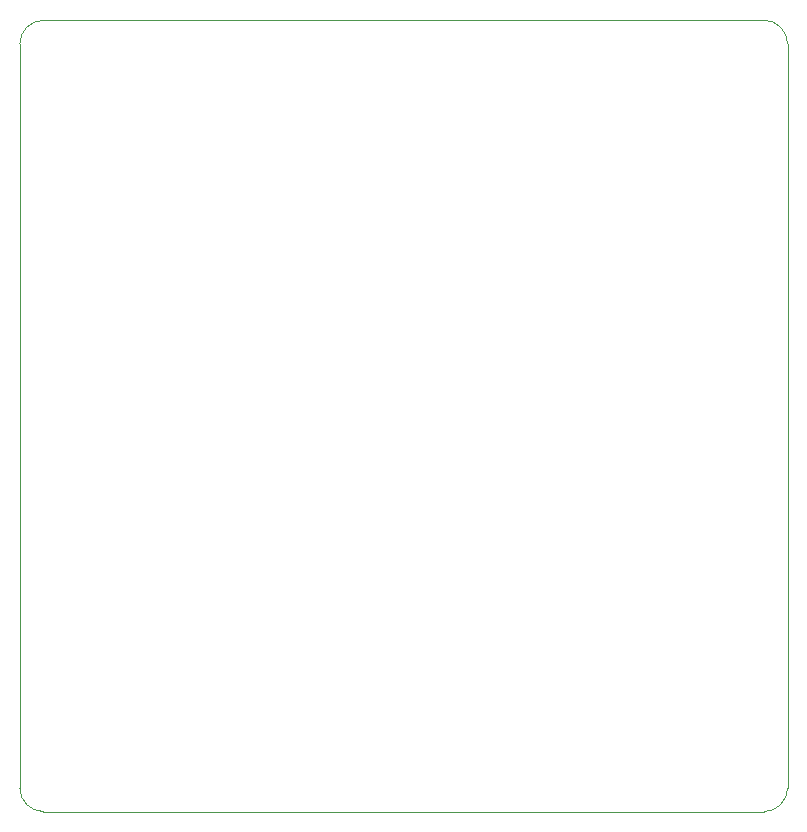
<source format=gm1>
%TF.GenerationSoftware,KiCad,Pcbnew,7.0.8*%
%TF.CreationDate,2024-06-12T14:18:58+09:00*%
%TF.ProjectId,MEZ68K8_RAM,4d455a36-384b-4385-9f52-414d2e6b6963,Rev 1.2*%
%TF.SameCoordinates,PX65317e4PY8319cac*%
%TF.FileFunction,Profile,NP*%
%FSLAX46Y46*%
G04 Gerber Fmt 4.6, Leading zero omitted, Abs format (unit mm)*
G04 Created by KiCad (PCBNEW 7.0.8) date 2024-06-12 14:18:58*
%MOMM*%
%LPD*%
G01*
G04 APERTURE LIST*
%TA.AperFunction,Profile*%
%ADD10C,0.100000*%
%TD*%
G04 APERTURE END LIST*
D10*
X65000000Y65000000D02*
G75*
G03*
X63000000Y67000000I-2000000J0D01*
G01*
X2000000Y67000000D02*
G75*
G03*
X0Y65000000I0J-2000000D01*
G01*
X63000000Y0D02*
X2000000Y0D01*
X2000000Y67000000D02*
X63000000Y67000000D01*
X0Y2000000D02*
X0Y65000000D01*
X0Y2000000D02*
G75*
G03*
X2000000Y0I2000000J0D01*
G01*
X65000000Y65000000D02*
X65000000Y2000000D01*
X63000000Y0D02*
G75*
G03*
X65000000Y2000000I0J2000000D01*
G01*
M02*

</source>
